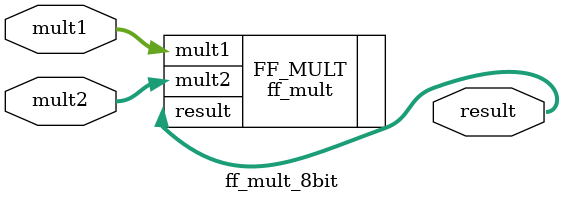
<source format=sv>
module ff_mult_8bit
(
	input wire [7:0] mult1,
	input wire [7:0] mult2,
	output wire [7:0] result
);

ff_mult #(8) FF_MULT(.mult1(mult1), .mult2(mult2), .result(result));

endmodule
</source>
